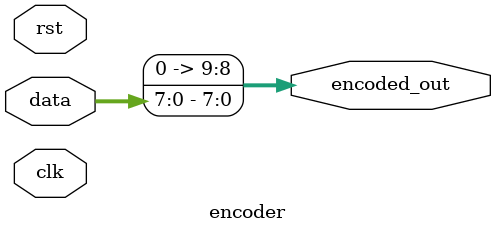
<source format=sv>

module encoder (input clk,rst,input [7:0]data,output [9:0] encoded_out);

assign encoded_out={2'b00,data};

endmodule
</source>
